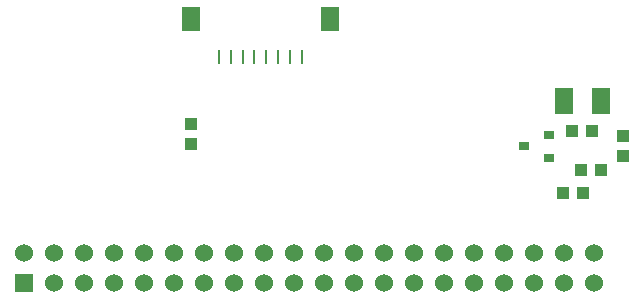
<source format=gbr>
G04 EAGLE Gerber RS-274X export*
G75*
%MOMM*%
%FSLAX34Y34*%
%LPD*%
%INSolderpaste Bottom*%
%IPPOS*%
%AMOC8*
5,1,8,0,0,1.08239X$1,22.5*%
G01*
%ADD10R,1.000000X1.100000*%
%ADD11R,1.100000X1.000000*%
%ADD12R,0.900000X0.800000*%
%ADD13R,1.500000X2.200000*%
%ADD14R,1.524000X1.524000*%
%ADD15C,1.524000*%
%ADD16R,0.250000X1.250000*%
%ADD17R,1.650000X2.050000*%


D10*
X408940Y381390D03*
X408940Y398390D03*
X774700Y371230D03*
X774700Y388230D03*
D11*
X731910Y392430D03*
X748910Y392430D03*
X739530Y359410D03*
X756530Y359410D03*
X724290Y340360D03*
X741290Y340360D03*
D12*
X712310Y389230D03*
X712310Y370230D03*
X691310Y379730D03*
D13*
X755910Y417830D03*
X724910Y417830D03*
D14*
X267970Y264160D03*
D15*
X293370Y264160D03*
X318770Y264160D03*
X344170Y264160D03*
X369570Y264160D03*
X394970Y264160D03*
X420370Y264160D03*
X445770Y264160D03*
X471170Y264160D03*
X496570Y264160D03*
X521970Y264160D03*
X547370Y264160D03*
X572770Y264160D03*
X598170Y264160D03*
X623570Y264160D03*
X648970Y264160D03*
X674370Y264160D03*
X699770Y264160D03*
X725170Y264160D03*
X750570Y264160D03*
X267970Y289560D03*
X293370Y289560D03*
X318770Y289560D03*
X344170Y289560D03*
X369570Y289560D03*
X394970Y289560D03*
X420370Y289560D03*
X445770Y289560D03*
X471170Y289560D03*
X496570Y289560D03*
X521970Y289560D03*
X547370Y289560D03*
X572770Y289560D03*
X598170Y289560D03*
X623570Y289560D03*
X648970Y289560D03*
X674370Y289560D03*
X699770Y289560D03*
X725170Y289560D03*
X750570Y289560D03*
D16*
X432787Y455043D03*
X442787Y455043D03*
X452787Y455043D03*
X462787Y455043D03*
X472787Y455043D03*
X482787Y455043D03*
X492787Y455043D03*
X502787Y455043D03*
D17*
X526787Y487543D03*
X408787Y487543D03*
M02*

</source>
